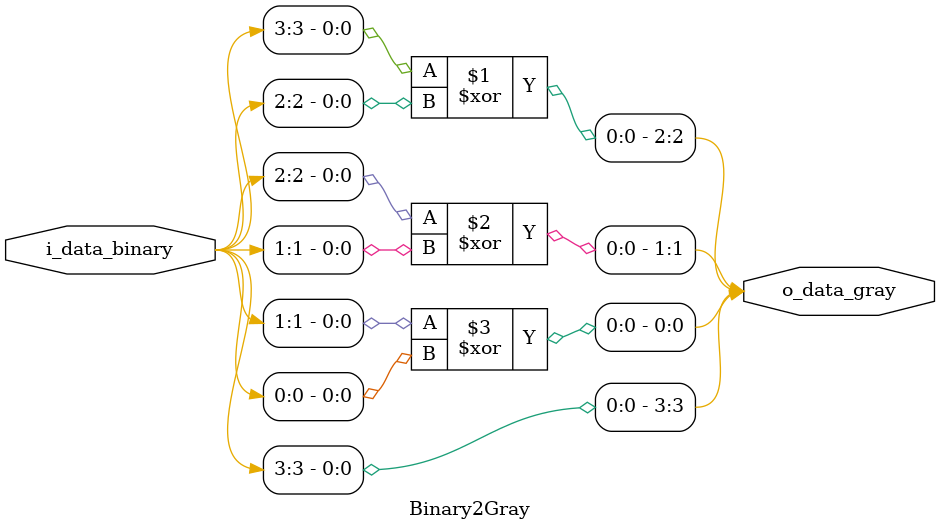
<source format=v>
module Binary2Gray #(
    parameter WIDTH = 4
) (
    input       wire        [WIDTH-1:0]         i_data_binary,
    output      wire        [WIDTH-1:0]         o_data_gray
);

genvar i;
generate
    for (i = WIDTH-2 ; i >= 0 ; i = i - 1) begin
        assign o_data_gray[i] = i_data_binary[i+1] ^ i_data_binary[i];
    end
endgenerate

assign o_data_gray[WIDTH-1] = i_data_binary[WIDTH-1];

// assign o_data_gray = (i_data_binary >> 1) ^ i_data_binary; // another solution

endmodule
</source>
